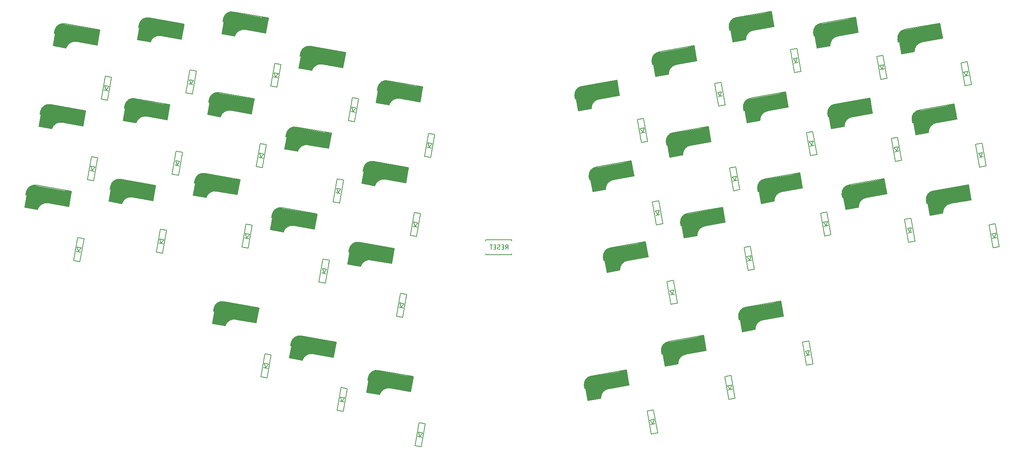
<source format=gbr>
%TF.GenerationSoftware,KiCad,Pcbnew,7.0.2*%
%TF.CreationDate,2023-05-13T02:55:16+09:00*%
%TF.ProjectId,ver1,76657231-2e6b-4696-9361-645f70636258,rev?*%
%TF.SameCoordinates,Original*%
%TF.FileFunction,Legend,Bot*%
%TF.FilePolarity,Positive*%
%FSLAX46Y46*%
G04 Gerber Fmt 4.6, Leading zero omitted, Abs format (unit mm)*
G04 Created by KiCad (PCBNEW 7.0.2) date 2023-05-13 02:55:16*
%MOMM*%
%LPD*%
G01*
G04 APERTURE LIST*
%ADD10C,0.150000*%
%ADD11C,0.300000*%
%ADD12C,0.500000*%
%ADD13C,0.800000*%
%ADD14C,3.000000*%
%ADD15C,3.500000*%
%ADD16C,1.000000*%
%ADD17C,0.400000*%
G04 APERTURE END LIST*
D10*
%TO.C,SW37*%
X139679381Y-95662619D02*
X140012714Y-95186428D01*
X140250809Y-95662619D02*
X140250809Y-94662619D01*
X140250809Y-94662619D02*
X139869857Y-94662619D01*
X139869857Y-94662619D02*
X139774619Y-94710238D01*
X139774619Y-94710238D02*
X139727000Y-94757857D01*
X139727000Y-94757857D02*
X139679381Y-94853095D01*
X139679381Y-94853095D02*
X139679381Y-94995952D01*
X139679381Y-94995952D02*
X139727000Y-95091190D01*
X139727000Y-95091190D02*
X139774619Y-95138809D01*
X139774619Y-95138809D02*
X139869857Y-95186428D01*
X139869857Y-95186428D02*
X140250809Y-95186428D01*
X139250809Y-95138809D02*
X138917476Y-95138809D01*
X138774619Y-95662619D02*
X139250809Y-95662619D01*
X139250809Y-95662619D02*
X139250809Y-94662619D01*
X139250809Y-94662619D02*
X138774619Y-94662619D01*
X138393666Y-95615000D02*
X138250809Y-95662619D01*
X138250809Y-95662619D02*
X138012714Y-95662619D01*
X138012714Y-95662619D02*
X137917476Y-95615000D01*
X137917476Y-95615000D02*
X137869857Y-95567380D01*
X137869857Y-95567380D02*
X137822238Y-95472142D01*
X137822238Y-95472142D02*
X137822238Y-95376904D01*
X137822238Y-95376904D02*
X137869857Y-95281666D01*
X137869857Y-95281666D02*
X137917476Y-95234047D01*
X137917476Y-95234047D02*
X138012714Y-95186428D01*
X138012714Y-95186428D02*
X138203190Y-95138809D01*
X138203190Y-95138809D02*
X138298428Y-95091190D01*
X138298428Y-95091190D02*
X138346047Y-95043571D01*
X138346047Y-95043571D02*
X138393666Y-94948333D01*
X138393666Y-94948333D02*
X138393666Y-94853095D01*
X138393666Y-94853095D02*
X138346047Y-94757857D01*
X138346047Y-94757857D02*
X138298428Y-94710238D01*
X138298428Y-94710238D02*
X138203190Y-94662619D01*
X138203190Y-94662619D02*
X137965095Y-94662619D01*
X137965095Y-94662619D02*
X137822238Y-94710238D01*
X137393666Y-95138809D02*
X137060333Y-95138809D01*
X136917476Y-95662619D02*
X137393666Y-95662619D01*
X137393666Y-95662619D02*
X137393666Y-94662619D01*
X137393666Y-94662619D02*
X136917476Y-94662619D01*
X136631761Y-94662619D02*
X136060333Y-94662619D01*
X136346047Y-95662619D02*
X136346047Y-94662619D01*
%TO.C,U1*%
%TO.C,SW21*%
X28345133Y-82320008D02*
X28214897Y-83058614D01*
X28214897Y-83058614D02*
X28411858Y-83093344D01*
D11*
X28330742Y-82977498D02*
X28443613Y-82337373D01*
D10*
X28738936Y-81526334D02*
X27966201Y-85908728D01*
X27966201Y-85908728D02*
X30950169Y-86434882D01*
D12*
X28197892Y-85746496D02*
X30610671Y-86171934D01*
D13*
X28397708Y-85477101D02*
X28710275Y-83704448D01*
D14*
X30118309Y-82226497D02*
X29729337Y-84432466D01*
D10*
X33466373Y-84949246D02*
X38193451Y-85782758D01*
D15*
X36733363Y-83697537D02*
X30135151Y-82534094D01*
D16*
X38221991Y-82741510D02*
X37787871Y-85203530D01*
D12*
X38039901Y-85501826D02*
X36768333Y-85226843D01*
D17*
X38636133Y-82408364D02*
X37405124Y-82191304D01*
D10*
X38347403Y-84794477D02*
X38738111Y-82578660D01*
X38818584Y-82237450D02*
X30743160Y-80813535D01*
X38193451Y-85782758D02*
X38818584Y-82237450D01*
X30743160Y-80813536D02*
G75*
G03*
X28345134Y-82320009I-445777J-1952249D01*
G01*
D16*
X33141910Y-84485865D02*
G75*
G03*
X30633060Y-85950994I-440830J-2125744D01*
G01*
D10*
X33466373Y-84949247D02*
G75*
G03*
X30957524Y-86414377I-440829J-2125744D01*
G01*
%TO.C,SW23*%
X67520307Y-79555710D02*
X67390071Y-80294316D01*
X67390071Y-80294316D02*
X67587032Y-80329046D01*
D11*
X67505916Y-80213200D02*
X67618787Y-79573075D01*
D10*
X67914110Y-78762036D02*
X67141375Y-83144430D01*
X67141375Y-83144430D02*
X70125343Y-83670584D01*
D12*
X67373066Y-82982198D02*
X69785845Y-83407636D01*
D13*
X67572882Y-82712803D02*
X67885449Y-80940150D01*
D14*
X69293483Y-79462199D02*
X68904511Y-81668168D01*
D10*
X72641547Y-82184948D02*
X77368625Y-83018460D01*
D15*
X75908537Y-80933239D02*
X69310325Y-79769796D01*
D16*
X77397165Y-79977212D02*
X76963045Y-82439232D01*
D12*
X77215075Y-82737528D02*
X75943507Y-82462545D01*
D17*
X77811307Y-79644066D02*
X76580298Y-79427006D01*
D10*
X77522577Y-82030179D02*
X77913285Y-79814362D01*
X77993758Y-79473152D02*
X69918334Y-78049237D01*
X77368625Y-83018460D02*
X77993758Y-79473152D01*
X69918334Y-78049238D02*
G75*
G03*
X67520308Y-79555711I-445777J-1952249D01*
G01*
D16*
X72317084Y-81721567D02*
G75*
G03*
X69808234Y-83186696I-440830J-2125744D01*
G01*
D10*
X72641547Y-82184949D02*
G75*
G03*
X70132698Y-83650079I-440829J-2125744D01*
G01*
%TO.C,SW10*%
X230800799Y-46806862D02*
X230931035Y-47545468D01*
X230931035Y-47545468D02*
X231127997Y-47510738D01*
D11*
X231012151Y-47429622D02*
X230899280Y-46789497D01*
D10*
X230899400Y-45926363D02*
X231672134Y-50308758D01*
X231672134Y-50308758D02*
X234656102Y-49782604D01*
D12*
X231834366Y-50077066D02*
X234247145Y-49651628D01*
D13*
X231929993Y-49755577D02*
X231617426Y-47982924D01*
D14*
X232435057Y-46112527D02*
X232824029Y-48318497D01*
D10*
X236512443Y-47525970D02*
X241239521Y-46692459D01*
D15*
X239154300Y-45232372D02*
X232556088Y-46395814D01*
D16*
X240226172Y-43824860D02*
X240660293Y-46286879D01*
D12*
X240999147Y-46480986D02*
X239710214Y-46657489D01*
D17*
X240501396Y-43370160D02*
X239270386Y-43587220D01*
D10*
X241046176Y-45711124D02*
X240655468Y-43495307D01*
X240614387Y-43147151D02*
X232538963Y-44571066D01*
X241239521Y-46692459D02*
X240614387Y-43147151D01*
X232538963Y-44571066D02*
G75*
G03*
X230800799Y-46806863I248816J-1986980D01*
G01*
D16*
X236049061Y-47201506D02*
G75*
G03*
X234192617Y-49436356I312803J-2148319D01*
G01*
D10*
X236512443Y-47525970D02*
G75*
G03*
X234655999Y-49760820I312803J-2148319D01*
G01*
%TO.C,SW9*%
X211213211Y-45424713D02*
X211343447Y-46163319D01*
X211343447Y-46163319D02*
X211540409Y-46128589D01*
D11*
X211424563Y-46047473D02*
X211311692Y-45407348D01*
D10*
X211311812Y-44544214D02*
X212084546Y-48926609D01*
X212084546Y-48926609D02*
X215068514Y-48400455D01*
D12*
X212246778Y-48694917D02*
X214659557Y-48269479D01*
D13*
X212342405Y-48373428D02*
X212029838Y-46600775D01*
D14*
X212847469Y-44730378D02*
X213236441Y-46936348D01*
D10*
X216924855Y-46143821D02*
X221651933Y-45310310D01*
D15*
X219566712Y-43850223D02*
X212968500Y-45013665D01*
D16*
X220638584Y-42442711D02*
X221072705Y-44904730D01*
D12*
X221411559Y-45098837D02*
X220122626Y-45275340D01*
D17*
X220913808Y-41988011D02*
X219682798Y-42205071D01*
D10*
X221458588Y-44328975D02*
X221067880Y-42113158D01*
X221026799Y-41765002D02*
X212951375Y-43188917D01*
X221651933Y-45310310D02*
X221026799Y-41765002D01*
X212951375Y-43188917D02*
G75*
G03*
X211213211Y-45424714I248816J-1986980D01*
G01*
D16*
X216461473Y-45819357D02*
G75*
G03*
X214605029Y-48054207I312803J-2148319D01*
G01*
D10*
X216924855Y-46143821D02*
G75*
G03*
X215068411Y-48378671I312803J-2148319D01*
G01*
%TO.C,SW17*%
X177000034Y-70801296D02*
X177130270Y-71539902D01*
X177130270Y-71539902D02*
X177327232Y-71505172D01*
D11*
X177211386Y-71424056D02*
X177098515Y-70783931D01*
D10*
X177098635Y-69920797D02*
X177871369Y-74303192D01*
X177871369Y-74303192D02*
X180855337Y-73777038D01*
D12*
X178033601Y-74071500D02*
X180446380Y-73646062D01*
D13*
X178129228Y-73750011D02*
X177816661Y-71977358D01*
D14*
X178634292Y-70106961D02*
X179023264Y-72312931D01*
D10*
X182711678Y-71520404D02*
X187438756Y-70686893D01*
D15*
X185353535Y-69226806D02*
X178755323Y-70390248D01*
D16*
X186425407Y-67819294D02*
X186859528Y-70281313D01*
D12*
X187198382Y-70475420D02*
X185909449Y-70651923D01*
D17*
X186700631Y-67364594D02*
X185469621Y-67581654D01*
D10*
X187245411Y-69705558D02*
X186854703Y-67489741D01*
X186813622Y-67141585D02*
X178738198Y-68565500D01*
X187438756Y-70686893D02*
X186813622Y-67141585D01*
X178738198Y-68565500D02*
G75*
G03*
X177000034Y-70801297I248816J-1986980D01*
G01*
D16*
X182248296Y-71195940D02*
G75*
G03*
X180391852Y-73430790I312803J-2148319D01*
G01*
D10*
X182711678Y-71520404D02*
G75*
G03*
X180855234Y-73755254I312803J-2148319D01*
G01*
%TO.C,SW18*%
X194933622Y-62803151D02*
X195063858Y-63541757D01*
X195063858Y-63541757D02*
X195260820Y-63507027D01*
D11*
X195144974Y-63425911D02*
X195032103Y-62785786D01*
D10*
X195032223Y-61922652D02*
X195804957Y-66305047D01*
X195804957Y-66305047D02*
X198788925Y-65778893D01*
D12*
X195967189Y-66073355D02*
X198379968Y-65647917D01*
D13*
X196062816Y-65751866D02*
X195750249Y-63979213D01*
D14*
X196567880Y-62108816D02*
X196956852Y-64314786D01*
D10*
X200645266Y-63522259D02*
X205372344Y-62688748D01*
D15*
X203287123Y-61228661D02*
X196688911Y-62392103D01*
D16*
X204358995Y-59821149D02*
X204793116Y-62283168D01*
D12*
X205131970Y-62477275D02*
X203843037Y-62653778D01*
D17*
X204634219Y-59366449D02*
X203403209Y-59583509D01*
D10*
X205178999Y-61707413D02*
X204788291Y-59491596D01*
X204747210Y-59143440D02*
X196671786Y-60567355D01*
X205372344Y-62688748D02*
X204747210Y-59143440D01*
X196671786Y-60567355D02*
G75*
G03*
X194933622Y-62803152I248816J-1986980D01*
G01*
D16*
X200181884Y-63197795D02*
G75*
G03*
X198325440Y-65432645I312803J-2148319D01*
G01*
D10*
X200645266Y-63522259D02*
G75*
G03*
X198788822Y-65757109I312803J-2148319D01*
G01*
%TO.C,SW32*%
X89872193Y-117348735D02*
X89741957Y-118087341D01*
X89741957Y-118087341D02*
X89938918Y-118122071D01*
D11*
X89857802Y-118006225D02*
X89970673Y-117366100D01*
D10*
X90265996Y-116555061D02*
X89493261Y-120937455D01*
X89493261Y-120937455D02*
X92477229Y-121463609D01*
D12*
X89724952Y-120775223D02*
X92137731Y-121200661D01*
D13*
X89924768Y-120505828D02*
X90237335Y-118733175D01*
D14*
X91645369Y-117255224D02*
X91256397Y-119461193D01*
D10*
X94993433Y-119977973D02*
X99720511Y-120811485D01*
D15*
X98260423Y-118726264D02*
X91662211Y-117562821D01*
D16*
X99749051Y-117770237D02*
X99314931Y-120232257D01*
D12*
X99566961Y-120530553D02*
X98295393Y-120255570D01*
D17*
X100163193Y-117437091D02*
X98932184Y-117220031D01*
D10*
X99874463Y-119823204D02*
X100265171Y-117607387D01*
X100345644Y-117266177D02*
X92270220Y-115842262D01*
X99720511Y-120811485D02*
X100345644Y-117266177D01*
X92270220Y-115842263D02*
G75*
G03*
X89872194Y-117348736I-445777J-1952249D01*
G01*
D16*
X94668970Y-119514592D02*
G75*
G03*
X92160120Y-120979721I-440830J-2125744D01*
G01*
D10*
X94993433Y-119977974D02*
G75*
G03*
X92484584Y-121443104I-440829J-2125744D01*
G01*
%TO.C,SW24*%
X85453895Y-87553854D02*
X85323659Y-88292460D01*
X85323659Y-88292460D02*
X85520620Y-88327190D01*
D11*
X85439504Y-88211344D02*
X85552375Y-87571219D01*
D10*
X85847698Y-86760180D02*
X85074963Y-91142574D01*
X85074963Y-91142574D02*
X88058931Y-91668728D01*
D12*
X85306654Y-90980342D02*
X87719433Y-91405780D01*
D13*
X85506470Y-90710947D02*
X85819037Y-88938294D01*
D14*
X87227071Y-87460343D02*
X86838099Y-89666312D01*
D10*
X90575135Y-90183092D02*
X95302213Y-91016604D01*
D15*
X93842125Y-88931383D02*
X87243913Y-87767940D01*
D16*
X95330753Y-87975356D02*
X94896633Y-90437376D01*
D12*
X95148663Y-90735672D02*
X93877095Y-90460689D01*
D17*
X95744895Y-87642210D02*
X94513886Y-87425150D01*
D10*
X95456165Y-90028323D02*
X95846873Y-87812506D01*
X95927346Y-87471296D02*
X87851922Y-86047381D01*
X95302213Y-91016604D02*
X95927346Y-87471296D01*
X87851922Y-86047382D02*
G75*
G03*
X85453896Y-87553855I-445777J-1952249D01*
G01*
D16*
X90250672Y-89719711D02*
G75*
G03*
X87741822Y-91184840I-440830J-2125744D01*
G01*
D10*
X90575135Y-90183093D02*
G75*
G03*
X88066286Y-91648223I-440829J-2125744D01*
G01*
%TO.C,SW33*%
X107805781Y-125346879D02*
X107675545Y-126085485D01*
X107675545Y-126085485D02*
X107872506Y-126120215D01*
D11*
X107791390Y-126004369D02*
X107904261Y-125364244D01*
D10*
X108199584Y-124553205D02*
X107426849Y-128935599D01*
X107426849Y-128935599D02*
X110410817Y-129461753D01*
D12*
X107658540Y-128773367D02*
X110071319Y-129198805D01*
D13*
X107858356Y-128503972D02*
X108170923Y-126731319D01*
D14*
X109578957Y-125253368D02*
X109189985Y-127459337D01*
D10*
X112927021Y-127976117D02*
X117654099Y-128809629D01*
D15*
X116194011Y-126724408D02*
X109595799Y-125560965D01*
D16*
X117682639Y-125768381D02*
X117248519Y-128230401D01*
D12*
X117500549Y-128528697D02*
X116228981Y-128253714D01*
D17*
X118096781Y-125435235D02*
X116865772Y-125218175D01*
D10*
X117808051Y-127821348D02*
X118198759Y-125605531D01*
X118279232Y-125264321D02*
X110203808Y-123840406D01*
X117654099Y-128809629D02*
X118279232Y-125264321D01*
X110203808Y-123840407D02*
G75*
G03*
X107805782Y-125346880I-445777J-1952249D01*
G01*
D16*
X112602558Y-127512736D02*
G75*
G03*
X110093708Y-128977865I-440830J-2125744D01*
G01*
D10*
X112927021Y-127976118D02*
G75*
G03*
X110418172Y-129441248I-440829J-2125744D01*
G01*
%TO.C,SW20*%
X234108796Y-65567450D02*
X234239032Y-66306056D01*
X234239032Y-66306056D02*
X234435994Y-66271326D01*
D11*
X234320148Y-66190210D02*
X234207277Y-65550085D01*
D10*
X234207397Y-64686951D02*
X234980131Y-69069346D01*
X234980131Y-69069346D02*
X237964099Y-68543192D01*
D12*
X235142363Y-68837654D02*
X237555142Y-68412216D01*
D13*
X235237990Y-68516165D02*
X234925423Y-66743512D01*
D14*
X235743054Y-64873115D02*
X236132026Y-67079085D01*
D10*
X239820440Y-66286558D02*
X244547518Y-65453047D01*
D15*
X242462297Y-63992960D02*
X235864085Y-65156402D01*
D16*
X243534169Y-62585448D02*
X243968290Y-65047467D01*
D12*
X244307144Y-65241574D02*
X243018211Y-65418077D01*
D17*
X243809393Y-62130748D02*
X242578383Y-62347808D01*
D10*
X244354173Y-64471712D02*
X243963465Y-62255895D01*
X243922384Y-61907739D02*
X235846960Y-63331654D01*
X244547518Y-65453047D02*
X243922384Y-61907739D01*
X235846960Y-63331654D02*
G75*
G03*
X234108796Y-65567451I248816J-1986980D01*
G01*
D16*
X239357058Y-65962094D02*
G75*
G03*
X237500614Y-68196944I312803J-2148319D01*
G01*
D10*
X239820440Y-66286558D02*
G75*
G03*
X237963996Y-68521408I312803J-2148319D01*
G01*
%TO.C,SW7*%
X173692036Y-52040708D02*
X173822272Y-52779314D01*
X173822272Y-52779314D02*
X174019234Y-52744584D01*
D11*
X173903388Y-52663468D02*
X173790517Y-52023343D01*
D10*
X173790637Y-51160209D02*
X174563371Y-55542604D01*
X174563371Y-55542604D02*
X177547339Y-55016450D01*
D12*
X174725603Y-55310912D02*
X177138382Y-54885474D01*
D13*
X174821230Y-54989423D02*
X174508663Y-53216770D01*
D14*
X175326294Y-51346373D02*
X175715266Y-53552343D01*
D10*
X179403680Y-52759816D02*
X184130758Y-51926305D01*
D15*
X182045537Y-50466218D02*
X175447325Y-51629660D01*
D16*
X183117409Y-49058706D02*
X183551530Y-51520725D01*
D12*
X183890384Y-51714832D02*
X182601451Y-51891335D01*
D17*
X183392633Y-48604006D02*
X182161623Y-48821066D01*
D10*
X183937413Y-50944970D02*
X183546705Y-48729153D01*
X183505624Y-48380997D02*
X175430200Y-49804912D01*
X184130758Y-51926305D02*
X183505624Y-48380997D01*
X175430200Y-49804912D02*
G75*
G03*
X173692036Y-52040709I248816J-1986980D01*
G01*
D16*
X178940298Y-52435352D02*
G75*
G03*
X177083854Y-54670202I312803J-2148319D01*
G01*
D10*
X179403680Y-52759816D02*
G75*
G03*
X177547236Y-54994666I312803J-2148319D01*
G01*
%TO.C,SW14*%
X88761893Y-68793267D02*
X88631657Y-69531873D01*
X88631657Y-69531873D02*
X88828618Y-69566603D01*
D11*
X88747502Y-69450757D02*
X88860373Y-68810632D01*
D10*
X89155696Y-67999593D02*
X88382961Y-72381987D01*
X88382961Y-72381987D02*
X91366929Y-72908141D01*
D12*
X88614652Y-72219755D02*
X91027431Y-72645193D01*
D13*
X88814468Y-71950360D02*
X89127035Y-70177707D01*
D14*
X90535069Y-68699756D02*
X90146097Y-70905725D01*
D10*
X93883133Y-71422505D02*
X98610211Y-72256017D01*
D15*
X97150123Y-70170796D02*
X90551911Y-69007353D01*
D16*
X98638751Y-69214769D02*
X98204631Y-71676789D01*
D12*
X98456661Y-71975085D02*
X97185093Y-71700102D01*
D17*
X99052893Y-68881623D02*
X97821884Y-68664563D01*
D10*
X98764163Y-71267736D02*
X99154871Y-69051919D01*
X99235344Y-68710709D02*
X91159920Y-67286794D01*
X98610211Y-72256017D02*
X99235344Y-68710709D01*
X91159920Y-67286795D02*
G75*
G03*
X88761894Y-68793268I-445777J-1952249D01*
G01*
D16*
X93558670Y-70959124D02*
G75*
G03*
X91049820Y-72424253I-440830J-2125744D01*
G01*
D10*
X93883133Y-71422506D02*
G75*
G03*
X91374284Y-72887636I-440829J-2125744D01*
G01*
%TO.C,SW12*%
X51240718Y-62177271D02*
X51110482Y-62915877D01*
X51110482Y-62915877D02*
X51307443Y-62950607D01*
D11*
X51226327Y-62834761D02*
X51339198Y-62194636D01*
D10*
X51634521Y-61383597D02*
X50861786Y-65765991D01*
X50861786Y-65765991D02*
X53845754Y-66292145D01*
D12*
X51093477Y-65603759D02*
X53506256Y-66029197D01*
D13*
X51293293Y-65334364D02*
X51605860Y-63561711D01*
D14*
X53013894Y-62083760D02*
X52624922Y-64289729D01*
D10*
X56361958Y-64806509D02*
X61089036Y-65640021D01*
D15*
X59628948Y-63554800D02*
X53030736Y-62391357D01*
D16*
X61117576Y-62598773D02*
X60683456Y-65060793D01*
D12*
X60935486Y-65359089D02*
X59663918Y-65084106D01*
D17*
X61531718Y-62265627D02*
X60300709Y-62048567D01*
D10*
X61242988Y-64651740D02*
X61633696Y-62435923D01*
X61714169Y-62094713D02*
X53638745Y-60670798D01*
X61089036Y-65640021D02*
X61714169Y-62094713D01*
X53638745Y-60670799D02*
G75*
G03*
X51240719Y-62177272I-445777J-1952249D01*
G01*
D16*
X56037495Y-64343128D02*
G75*
G03*
X53528645Y-65808257I-440830J-2125744D01*
G01*
D10*
X56361958Y-64806510D02*
G75*
G03*
X53853109Y-66271640I-440829J-2125744D01*
G01*
%TO.C,SW5*%
X110003479Y-58030824D02*
X109873243Y-58769430D01*
X109873243Y-58769430D02*
X110070204Y-58804160D01*
D11*
X109989088Y-58688314D02*
X110101959Y-58048189D01*
D10*
X110397282Y-57237150D02*
X109624547Y-61619544D01*
X109624547Y-61619544D02*
X112608515Y-62145698D01*
D12*
X109856238Y-61457312D02*
X112269017Y-61882750D01*
D13*
X110056054Y-61187917D02*
X110368621Y-59415264D01*
D14*
X111776655Y-57937313D02*
X111387683Y-60143282D01*
D10*
X115124719Y-60660062D02*
X119851797Y-61493574D01*
D15*
X118391709Y-59408353D02*
X111793497Y-58244910D01*
D16*
X119880337Y-58452326D02*
X119446217Y-60914346D01*
D12*
X119698247Y-61212642D02*
X118426679Y-60937659D01*
D17*
X120294479Y-58119180D02*
X119063470Y-57902120D01*
D10*
X120005749Y-60505293D02*
X120396457Y-58289476D01*
X120476930Y-57948266D02*
X112401506Y-56524351D01*
X119851797Y-61493574D02*
X120476930Y-57948266D01*
X112401506Y-56524352D02*
G75*
G03*
X110003480Y-58030825I-445777J-1952249D01*
G01*
D16*
X114800256Y-60196681D02*
G75*
G03*
X112291406Y-61661810I-440830J-2125744D01*
G01*
D10*
X115124719Y-60660063D02*
G75*
G03*
X112615870Y-62125193I-440829J-2125744D01*
G01*
%TO.C,SW22*%
X47932720Y-80937859D02*
X47802484Y-81676465D01*
X47802484Y-81676465D02*
X47999445Y-81711195D01*
D11*
X47918329Y-81595349D02*
X48031200Y-80955224D01*
D10*
X48326523Y-80144185D02*
X47553788Y-84526579D01*
X47553788Y-84526579D02*
X50537756Y-85052733D01*
D12*
X47785479Y-84364347D02*
X50198258Y-84789785D01*
D13*
X47985295Y-84094952D02*
X48297862Y-82322299D01*
D14*
X49705896Y-80844348D02*
X49316924Y-83050317D01*
D10*
X53053960Y-83567097D02*
X57781038Y-84400609D01*
D15*
X56320950Y-82315388D02*
X49722738Y-81151945D01*
D16*
X57809578Y-81359361D02*
X57375458Y-83821381D01*
D12*
X57627488Y-84119677D02*
X56355920Y-83844694D01*
D17*
X58223720Y-81026215D02*
X56992711Y-80809155D01*
D10*
X57934990Y-83412328D02*
X58325698Y-81196511D01*
X58406171Y-80855301D02*
X50330747Y-79431386D01*
X57781038Y-84400609D02*
X58406171Y-80855301D01*
X50330747Y-79431387D02*
G75*
G03*
X47932721Y-80937860I-445777J-1952249D01*
G01*
D16*
X52729497Y-83103716D02*
G75*
G03*
X50220647Y-84568845I-440830J-2125744D01*
G01*
D10*
X53053960Y-83567098D02*
G75*
G03*
X50545111Y-85032228I-440829J-2125744D01*
G01*
%TO.C,SW36*%
X193823323Y-111358619D02*
X193953559Y-112097225D01*
X193953559Y-112097225D02*
X194150521Y-112062495D01*
D11*
X194034675Y-111981379D02*
X193921804Y-111341254D01*
D10*
X193921924Y-110478120D02*
X194694658Y-114860515D01*
X194694658Y-114860515D02*
X197678626Y-114334361D01*
D12*
X194856890Y-114628823D02*
X197269669Y-114203385D01*
D13*
X194952517Y-114307334D02*
X194639950Y-112534681D01*
D14*
X195457581Y-110664284D02*
X195846553Y-112870254D01*
D10*
X199534967Y-112077727D02*
X204262045Y-111244216D01*
D15*
X202176824Y-109784129D02*
X195578612Y-110947571D01*
D16*
X203248696Y-108376617D02*
X203682817Y-110838636D01*
D12*
X204021671Y-111032743D02*
X202732738Y-111209246D01*
D17*
X203523920Y-107921917D02*
X202292910Y-108138977D01*
D10*
X204068700Y-110262881D02*
X203677992Y-108047064D01*
X203636911Y-107698908D02*
X195561487Y-109122823D01*
X204262045Y-111244216D02*
X203636911Y-107698908D01*
X195561487Y-109122823D02*
G75*
G03*
X193823323Y-111358620I248816J-1986980D01*
G01*
D16*
X199071585Y-111753263D02*
G75*
G03*
X197215141Y-113988113I312803J-2148319D01*
G01*
D10*
X199534967Y-112077727D02*
G75*
G03*
X197678523Y-114312577I312803J-2148319D01*
G01*
%TO.C,SW3*%
X74136303Y-42034534D02*
X74006067Y-42773140D01*
X74006067Y-42773140D02*
X74203028Y-42807870D01*
D11*
X74121912Y-42692024D02*
X74234783Y-42051899D01*
D10*
X74530106Y-41240860D02*
X73757371Y-45623254D01*
X73757371Y-45623254D02*
X76741339Y-46149408D01*
D12*
X73989062Y-45461022D02*
X76401841Y-45886460D01*
D13*
X74188878Y-45191627D02*
X74501445Y-43418974D01*
D14*
X75909479Y-41941023D02*
X75520507Y-44146992D01*
D10*
X79257543Y-44663772D02*
X83984621Y-45497284D01*
D15*
X82524533Y-43412063D02*
X75926321Y-42248620D01*
D16*
X84013161Y-42456036D02*
X83579041Y-44918056D01*
D12*
X83831071Y-45216352D02*
X82559503Y-44941369D01*
D17*
X84427303Y-42122890D02*
X83196294Y-41905830D01*
D10*
X84138573Y-44509003D02*
X84529281Y-42293186D01*
X84609754Y-41951976D02*
X76534330Y-40528061D01*
X83984621Y-45497284D02*
X84609754Y-41951976D01*
X76534330Y-40528062D02*
G75*
G03*
X74136304Y-42034535I-445777J-1952249D01*
G01*
D16*
X78933080Y-44200391D02*
G75*
G03*
X76424230Y-45665520I-440830J-2125744D01*
G01*
D10*
X79257543Y-44663773D02*
G75*
G03*
X76748694Y-46128903I-440829J-2125744D01*
G01*
%TO.C,SW28*%
X198241620Y-81563739D02*
X198371856Y-82302345D01*
X198371856Y-82302345D02*
X198568818Y-82267615D01*
D11*
X198452972Y-82186499D02*
X198340101Y-81546374D01*
D10*
X198340221Y-80683240D02*
X199112955Y-85065635D01*
X199112955Y-85065635D02*
X202096923Y-84539481D01*
D12*
X199275187Y-84833943D02*
X201687966Y-84408505D01*
D13*
X199370814Y-84512454D02*
X199058247Y-82739801D01*
D14*
X199875878Y-80869404D02*
X200264850Y-83075374D01*
D10*
X203953264Y-82282847D02*
X208680342Y-81449336D01*
D15*
X206595121Y-79989249D02*
X199996909Y-81152691D01*
D16*
X207666993Y-78581737D02*
X208101114Y-81043756D01*
D12*
X208439968Y-81237863D02*
X207151035Y-81414366D01*
D17*
X207942217Y-78127037D02*
X206711207Y-78344097D01*
D10*
X208486997Y-80468001D02*
X208096289Y-78252184D01*
X208055208Y-77904028D02*
X199979784Y-79327943D01*
X208680342Y-81449336D02*
X208055208Y-77904028D01*
X199979784Y-79327943D02*
G75*
G03*
X198241620Y-81563740I248816J-1986980D01*
G01*
D16*
X203489882Y-81958383D02*
G75*
G03*
X201633438Y-84193233I312803J-2148319D01*
G01*
D10*
X203953264Y-82282847D02*
G75*
G03*
X202096820Y-84517697I312803J-2148319D01*
G01*
%TO.C,SW15*%
X106695481Y-76791411D02*
X106565245Y-77530017D01*
X106565245Y-77530017D02*
X106762206Y-77564747D01*
D11*
X106681090Y-77448901D02*
X106793961Y-76808776D01*
D10*
X107089284Y-75997737D02*
X106316549Y-80380131D01*
X106316549Y-80380131D02*
X109300517Y-80906285D01*
D12*
X106548240Y-80217899D02*
X108961019Y-80643337D01*
D13*
X106748056Y-79948504D02*
X107060623Y-78175851D01*
D14*
X108468657Y-76697900D02*
X108079685Y-78903869D01*
D10*
X111816721Y-79420649D02*
X116543799Y-80254161D01*
D15*
X115083711Y-78168940D02*
X108485499Y-77005497D01*
D16*
X116572339Y-77212913D02*
X116138219Y-79674933D01*
D12*
X116390249Y-79973229D02*
X115118681Y-79698246D01*
D17*
X116986481Y-76879767D02*
X115755472Y-76662707D01*
D10*
X116697751Y-79265880D02*
X117088459Y-77050063D01*
X117168932Y-76708853D02*
X109093508Y-75284938D01*
X116543799Y-80254161D02*
X117168932Y-76708853D01*
X109093508Y-75284939D02*
G75*
G03*
X106695482Y-76791412I-445777J-1952249D01*
G01*
D16*
X111492258Y-78957268D02*
G75*
G03*
X108983408Y-80422397I-440830J-2125744D01*
G01*
D10*
X111816721Y-79420650D02*
G75*
G03*
X109307872Y-80885780I-440829J-2125744D01*
G01*
%TO.C,SW1*%
X34961128Y-44798832D02*
X34830892Y-45537438D01*
X34830892Y-45537438D02*
X35027853Y-45572168D01*
D11*
X34946737Y-45456322D02*
X35059608Y-44816197D01*
D10*
X35354931Y-44005158D02*
X34582196Y-48387552D01*
X34582196Y-48387552D02*
X37566164Y-48913706D01*
D12*
X34813887Y-48225320D02*
X37226666Y-48650758D01*
D13*
X35013703Y-47955925D02*
X35326270Y-46183272D01*
D14*
X36734304Y-44705321D02*
X36345332Y-46911290D01*
D10*
X40082368Y-47428070D02*
X44809446Y-48261582D01*
D15*
X43349358Y-46176361D02*
X36751146Y-45012918D01*
D16*
X44837986Y-45220334D02*
X44403866Y-47682354D01*
D12*
X44655896Y-47980650D02*
X43384328Y-47705667D01*
D17*
X45252128Y-44887188D02*
X44021119Y-44670128D01*
D10*
X44963398Y-47273301D02*
X45354106Y-45057484D01*
X45434579Y-44716274D02*
X37359155Y-43292359D01*
X44809446Y-48261582D02*
X45434579Y-44716274D01*
X37359155Y-43292360D02*
G75*
G03*
X34961129Y-44798833I-445777J-1952249D01*
G01*
D16*
X39757905Y-46964689D02*
G75*
G03*
X37249055Y-48429818I-440830J-2125744D01*
G01*
D10*
X40082368Y-47428071D02*
G75*
G03*
X37573519Y-48893201I-440829J-2125744D01*
G01*
%TO.C,SW2*%
X54548716Y-43416683D02*
X54418480Y-44155289D01*
X54418480Y-44155289D02*
X54615441Y-44190019D01*
D11*
X54534325Y-44074173D02*
X54647196Y-43434048D01*
D10*
X54942519Y-42623009D02*
X54169784Y-47005403D01*
X54169784Y-47005403D02*
X57153752Y-47531557D01*
D12*
X54401475Y-46843171D02*
X56814254Y-47268609D01*
D13*
X54601291Y-46573776D02*
X54913858Y-44801123D01*
D14*
X56321892Y-43323172D02*
X55932920Y-45529141D01*
D10*
X59669956Y-46045921D02*
X64397034Y-46879433D01*
D15*
X62936946Y-44794212D02*
X56338734Y-43630769D01*
D16*
X64425574Y-43838185D02*
X63991454Y-46300205D01*
D12*
X64243484Y-46598501D02*
X62971916Y-46323518D01*
D17*
X64839716Y-43505039D02*
X63608707Y-43287979D01*
D10*
X64550986Y-45891152D02*
X64941694Y-43675335D01*
X65022167Y-43334125D02*
X56946743Y-41910210D01*
X64397034Y-46879433D02*
X65022167Y-43334125D01*
X56946743Y-41910211D02*
G75*
G03*
X54548717Y-43416684I-445777J-1952249D01*
G01*
D16*
X59345493Y-45582540D02*
G75*
G03*
X56836643Y-47047669I-440830J-2125744D01*
G01*
D10*
X59669956Y-46045922D02*
G75*
G03*
X57161107Y-47511052I-440829J-2125744D01*
G01*
%TO.C,SW8*%
X191625624Y-44042564D02*
X191755860Y-44781170D01*
X191755860Y-44781170D02*
X191952822Y-44746440D01*
D11*
X191836976Y-44665324D02*
X191724105Y-44025199D01*
D10*
X191724225Y-43162065D02*
X192496959Y-47544460D01*
X192496959Y-47544460D02*
X195480927Y-47018306D01*
D12*
X192659191Y-47312768D02*
X195071970Y-46887330D01*
D13*
X192754818Y-46991279D02*
X192442251Y-45218626D01*
D14*
X193259882Y-43348229D02*
X193648854Y-45554199D01*
D10*
X197337268Y-44761672D02*
X202064346Y-43928161D01*
D15*
X199979125Y-42468074D02*
X193380913Y-43631516D01*
D16*
X201050997Y-41060562D02*
X201485118Y-43522581D01*
D12*
X201823972Y-43716688D02*
X200535039Y-43893191D01*
D17*
X201326221Y-40605862D02*
X200095211Y-40822922D01*
D10*
X201871001Y-42946826D02*
X201480293Y-40731009D01*
X201439212Y-40382853D02*
X193363788Y-41806768D01*
X202064346Y-43928161D02*
X201439212Y-40382853D01*
X193363788Y-41806768D02*
G75*
G03*
X191625624Y-44042565I248816J-1986980D01*
G01*
D16*
X196873886Y-44437208D02*
G75*
G03*
X195017442Y-46672058I312803J-2148319D01*
G01*
D10*
X197337268Y-44761672D02*
G75*
G03*
X195480824Y-46996522I312803J-2148319D01*
G01*
%TO.C,SW11*%
X31653131Y-63559420D02*
X31522895Y-64298026D01*
X31522895Y-64298026D02*
X31719856Y-64332756D01*
D11*
X31638740Y-64216910D02*
X31751611Y-63576785D01*
D10*
X32046934Y-62765746D02*
X31274199Y-67148140D01*
X31274199Y-67148140D02*
X34258167Y-67674294D01*
D12*
X31505890Y-66985908D02*
X33918669Y-67411346D01*
D13*
X31705706Y-66716513D02*
X32018273Y-64943860D01*
D14*
X33426307Y-63465909D02*
X33037335Y-65671878D01*
D10*
X36774371Y-66188658D02*
X41501449Y-67022170D01*
D15*
X40041361Y-64936949D02*
X33443149Y-63773506D01*
D16*
X41529989Y-63980922D02*
X41095869Y-66442942D01*
D12*
X41347899Y-66741238D02*
X40076331Y-66466255D01*
D17*
X41944131Y-63647776D02*
X40713122Y-63430716D01*
D10*
X41655401Y-66033889D02*
X42046109Y-63818072D01*
X42126582Y-63476862D02*
X34051158Y-62052947D01*
X41501449Y-67022170D02*
X42126582Y-63476862D01*
X34051158Y-62052948D02*
G75*
G03*
X31653132Y-63559421I-445777J-1952249D01*
G01*
D16*
X36449908Y-65725277D02*
G75*
G03*
X33941058Y-67190406I-440830J-2125744D01*
G01*
D10*
X36774371Y-66188659D02*
G75*
G03*
X34265522Y-67653789I-440829J-2125744D01*
G01*
%TO.C,SW35*%
X175889734Y-119356764D02*
X176019970Y-120095370D01*
X176019970Y-120095370D02*
X176216932Y-120060640D01*
D11*
X176101086Y-119979524D02*
X175988215Y-119339399D01*
D10*
X175988335Y-118476265D02*
X176761069Y-122858660D01*
X176761069Y-122858660D02*
X179745037Y-122332506D01*
D12*
X176923301Y-122626968D02*
X179336080Y-122201530D01*
D13*
X177018928Y-122305479D02*
X176706361Y-120532826D01*
D14*
X177523992Y-118662429D02*
X177912964Y-120868399D01*
D10*
X181601378Y-120075872D02*
X186328456Y-119242361D01*
D15*
X184243235Y-117782274D02*
X177645023Y-118945716D01*
D16*
X185315107Y-116374762D02*
X185749228Y-118836781D01*
D12*
X186088082Y-119030888D02*
X184799149Y-119207391D01*
D17*
X185590331Y-115920062D02*
X184359321Y-116137122D01*
D10*
X186135111Y-118261026D02*
X185744403Y-116045209D01*
X185703322Y-115697053D02*
X177627898Y-117120968D01*
X186328456Y-119242361D02*
X185703322Y-115697053D01*
X177627898Y-117120968D02*
G75*
G03*
X175889734Y-119356765I248816J-1986980D01*
G01*
D16*
X181137996Y-119751408D02*
G75*
G03*
X179281552Y-121986258I312803J-2148319D01*
G01*
D10*
X181601378Y-120075872D02*
G75*
G03*
X179744934Y-122310722I312803J-2148319D01*
G01*
%TO.C,SW30*%
X237416794Y-84328037D02*
X237547030Y-85066643D01*
X237547030Y-85066643D02*
X237743992Y-85031913D01*
D11*
X237628146Y-84950797D02*
X237515275Y-84310672D01*
D10*
X237515395Y-83447538D02*
X238288129Y-87829933D01*
X238288129Y-87829933D02*
X241272097Y-87303779D01*
D12*
X238450361Y-87598241D02*
X240863140Y-87172803D01*
D13*
X238545988Y-87276752D02*
X238233421Y-85504099D01*
D14*
X239051052Y-83633702D02*
X239440024Y-85839672D01*
D10*
X243128438Y-85047145D02*
X247855516Y-84213634D01*
D15*
X245770295Y-82753547D02*
X239172083Y-83916989D01*
D16*
X246842167Y-81346035D02*
X247276288Y-83808054D01*
D12*
X247615142Y-84002161D02*
X246326209Y-84178664D01*
D17*
X247117391Y-80891335D02*
X245886381Y-81108395D01*
D10*
X247662171Y-83232299D02*
X247271463Y-81016482D01*
X247230382Y-80668326D02*
X239154958Y-82092241D01*
X247855516Y-84213634D02*
X247230382Y-80668326D01*
X239154958Y-82092241D02*
G75*
G03*
X237416794Y-84328038I248816J-1986980D01*
G01*
D16*
X242665056Y-84722681D02*
G75*
G03*
X240808612Y-86957531I312803J-2148319D01*
G01*
D10*
X243128438Y-85047145D02*
G75*
G03*
X241271994Y-87281995I312803J-2148319D01*
G01*
%TO.C,SW37*%
X135100000Y-93450000D02*
X141100000Y-93450000D01*
X135100000Y-93700000D02*
X135100000Y-93450000D01*
X135100000Y-96950000D02*
X135100000Y-96700000D01*
X141100000Y-93450000D02*
X141100000Y-93700000D01*
X141100000Y-96700000D02*
X141100000Y-96950000D01*
X141100000Y-96950000D02*
X135100000Y-96950000D01*
%TO.C,SW16*%
X159066446Y-78799441D02*
X159196682Y-79538047D01*
X159196682Y-79538047D02*
X159393644Y-79503317D01*
D11*
X159277798Y-79422201D02*
X159164927Y-78782076D01*
D10*
X159165047Y-77918942D02*
X159937781Y-82301337D01*
X159937781Y-82301337D02*
X162921749Y-81775183D01*
D12*
X160100013Y-82069645D02*
X162512792Y-81644207D01*
D13*
X160195640Y-81748156D02*
X159883073Y-79975503D01*
D14*
X160700704Y-78105106D02*
X161089676Y-80311076D01*
D10*
X164778090Y-79518549D02*
X169505168Y-78685038D01*
D15*
X167419947Y-77224951D02*
X160821735Y-78388393D01*
D16*
X168491819Y-75817439D02*
X168925940Y-78279458D01*
D12*
X169264794Y-78473565D02*
X167975861Y-78650068D01*
D17*
X168767043Y-75362739D02*
X167536033Y-75579799D01*
D10*
X169311823Y-77703703D02*
X168921115Y-75487886D01*
X168880034Y-75139730D02*
X160804610Y-76563645D01*
X169505168Y-78685038D02*
X168880034Y-75139730D01*
X160804610Y-76563645D02*
G75*
G03*
X159066446Y-78799442I248816J-1986980D01*
G01*
D16*
X164314708Y-79194085D02*
G75*
G03*
X162458264Y-81428935I312803J-2148319D01*
G01*
D10*
X164778090Y-79518549D02*
G75*
G03*
X162921646Y-81753399I312803J-2148319D01*
G01*
%TO.C,SW26*%
X162374443Y-97560028D02*
X162504679Y-98298634D01*
X162504679Y-98298634D02*
X162701641Y-98263904D01*
D11*
X162585795Y-98182788D02*
X162472924Y-97542663D01*
D10*
X162473044Y-96679529D02*
X163245778Y-101061924D01*
X163245778Y-101061924D02*
X166229746Y-100535770D01*
D12*
X163408010Y-100830232D02*
X165820789Y-100404794D01*
D13*
X163503637Y-100508743D02*
X163191070Y-98736090D01*
D14*
X164008701Y-96865693D02*
X164397673Y-99071663D01*
D10*
X168086087Y-98279136D02*
X172813165Y-97445625D01*
D15*
X170727944Y-95985538D02*
X164129732Y-97148980D01*
D16*
X171799816Y-94578026D02*
X172233937Y-97040045D01*
D12*
X172572791Y-97234152D02*
X171283858Y-97410655D01*
D17*
X172075040Y-94123326D02*
X170844030Y-94340386D01*
D10*
X172619820Y-96464290D02*
X172229112Y-94248473D01*
X172188031Y-93900317D02*
X164112607Y-95324232D01*
X172813165Y-97445625D02*
X172188031Y-93900317D01*
X164112607Y-95324232D02*
G75*
G03*
X162374443Y-97560029I248816J-1986980D01*
G01*
D16*
X167622705Y-97954672D02*
G75*
G03*
X165766261Y-100189522I312803J-2148319D01*
G01*
D10*
X168086087Y-98279136D02*
G75*
G03*
X166229643Y-100513986I312803J-2148319D01*
G01*
%TO.C,SW25*%
X103387484Y-95551999D02*
X103257248Y-96290605D01*
X103257248Y-96290605D02*
X103454209Y-96325335D01*
D11*
X103373093Y-96209489D02*
X103485964Y-95569364D01*
D10*
X103781287Y-94758325D02*
X103008552Y-99140719D01*
X103008552Y-99140719D02*
X105992520Y-99666873D01*
D12*
X103240243Y-98978487D02*
X105653022Y-99403925D01*
D13*
X103440059Y-98709092D02*
X103752626Y-96936439D01*
D14*
X105160660Y-95458488D02*
X104771688Y-97664457D01*
D10*
X108508724Y-98181237D02*
X113235802Y-99014749D01*
D15*
X111775714Y-96929528D02*
X105177502Y-95766085D01*
D16*
X113264342Y-95973501D02*
X112830222Y-98435521D01*
D12*
X113082252Y-98733817D02*
X111810684Y-98458834D01*
D17*
X113678484Y-95640355D02*
X112447475Y-95423295D01*
D10*
X113389754Y-98026468D02*
X113780462Y-95810651D01*
X113860935Y-95469441D02*
X105785511Y-94045526D01*
X113235802Y-99014749D02*
X113860935Y-95469441D01*
X105785511Y-94045527D02*
G75*
G03*
X103387485Y-95552000I-445777J-1952249D01*
G01*
D16*
X108184261Y-97717856D02*
G75*
G03*
X105675411Y-99182985I-440830J-2125744D01*
G01*
D10*
X108508724Y-98181238D02*
G75*
G03*
X105999875Y-99646368I-440829J-2125744D01*
G01*
%TO.C,SW13*%
X70828305Y-60795122D02*
X70698069Y-61533728D01*
X70698069Y-61533728D02*
X70895030Y-61568458D01*
D11*
X70813914Y-61452612D02*
X70926785Y-60812487D01*
D10*
X71222108Y-60001448D02*
X70449373Y-64383842D01*
X70449373Y-64383842D02*
X73433341Y-64909996D01*
D12*
X70681064Y-64221610D02*
X73093843Y-64647048D01*
D13*
X70880880Y-63952215D02*
X71193447Y-62179562D01*
D14*
X72601481Y-60701611D02*
X72212509Y-62907580D01*
D10*
X75949545Y-63424360D02*
X80676623Y-64257872D01*
D15*
X79216535Y-62172651D02*
X72618323Y-61009208D01*
D16*
X80705163Y-61216624D02*
X80271043Y-63678644D01*
D12*
X80523073Y-63976940D02*
X79251505Y-63701957D01*
D17*
X81119305Y-60883478D02*
X79888296Y-60666418D01*
D10*
X80830575Y-63269591D02*
X81221283Y-61053774D01*
X81301756Y-60712564D02*
X73226332Y-59288649D01*
X80676623Y-64257872D02*
X81301756Y-60712564D01*
X73226332Y-59288650D02*
G75*
G03*
X70828306Y-60795123I-445777J-1952249D01*
G01*
D16*
X75625082Y-62960979D02*
G75*
G03*
X73116232Y-64426108I-440830J-2125744D01*
G01*
D10*
X75949545Y-63424361D02*
G75*
G03*
X73440696Y-64889491I-440829J-2125744D01*
G01*
%TO.C,SW31*%
X71938604Y-109350590D02*
X71808368Y-110089196D01*
X71808368Y-110089196D02*
X72005329Y-110123926D01*
D11*
X71924213Y-110008080D02*
X72037084Y-109367955D01*
D10*
X72332407Y-108556916D02*
X71559672Y-112939310D01*
X71559672Y-112939310D02*
X74543640Y-113465464D01*
D12*
X71791363Y-112777078D02*
X74204142Y-113202516D01*
D13*
X71991179Y-112507683D02*
X72303746Y-110735030D01*
D14*
X73711780Y-109257079D02*
X73322808Y-111463048D01*
D10*
X77059844Y-111979828D02*
X81786922Y-112813340D01*
D15*
X80326834Y-110728119D02*
X73728622Y-109564676D01*
D16*
X81815462Y-109772092D02*
X81381342Y-112234112D01*
D12*
X81633372Y-112532408D02*
X80361804Y-112257425D01*
D17*
X82229604Y-109438946D02*
X80998595Y-109221886D01*
D10*
X81940874Y-111825059D02*
X82331582Y-109609242D01*
X82412055Y-109268032D02*
X74336631Y-107844117D01*
X81786922Y-112813340D02*
X82412055Y-109268032D01*
X74336631Y-107844118D02*
G75*
G03*
X71938605Y-109350591I-445777J-1952249D01*
G01*
D16*
X76735381Y-111516447D02*
G75*
G03*
X74226531Y-112981576I-440830J-2125744D01*
G01*
D10*
X77059844Y-111979829D02*
G75*
G03*
X74550995Y-113444959I-440829J-2125744D01*
G01*
%TO.C,SW6*%
X155758448Y-60038853D02*
X155888684Y-60777459D01*
X155888684Y-60777459D02*
X156085646Y-60742729D01*
D11*
X155969800Y-60661613D02*
X155856929Y-60021488D01*
D10*
X155857049Y-59158354D02*
X156629783Y-63540749D01*
X156629783Y-63540749D02*
X159613751Y-63014595D01*
D12*
X156792015Y-63309057D02*
X159204794Y-62883619D01*
D13*
X156887642Y-62987568D02*
X156575075Y-61214915D01*
D14*
X157392706Y-59344518D02*
X157781678Y-61550488D01*
D10*
X161470092Y-60757961D02*
X166197170Y-59924450D01*
D15*
X164111949Y-58464363D02*
X157513737Y-59627805D01*
D16*
X165183821Y-57056851D02*
X165617942Y-59518870D01*
D12*
X165956796Y-59712977D02*
X164667863Y-59889480D01*
D17*
X165459045Y-56602151D02*
X164228035Y-56819211D01*
D10*
X166003825Y-58943115D02*
X165613117Y-56727298D01*
X165572036Y-56379142D02*
X157496612Y-57803057D01*
X166197170Y-59924450D02*
X165572036Y-56379142D01*
X157496612Y-57803057D02*
G75*
G03*
X155758448Y-60038854I248816J-1986980D01*
G01*
D16*
X161006710Y-60433497D02*
G75*
G03*
X159150266Y-62668347I312803J-2148319D01*
G01*
D10*
X161470092Y-60757961D02*
G75*
G03*
X159613648Y-62992811I312803J-2148319D01*
G01*
%TO.C,SW4*%
X92069891Y-50032679D02*
X91939655Y-50771285D01*
X91939655Y-50771285D02*
X92136616Y-50806015D01*
D11*
X92055500Y-50690169D02*
X92168371Y-50050044D01*
D10*
X92463694Y-49239005D02*
X91690959Y-53621399D01*
X91690959Y-53621399D02*
X94674927Y-54147553D01*
D12*
X91922650Y-53459167D02*
X94335429Y-53884605D01*
D13*
X92122466Y-53189772D02*
X92435033Y-51417119D01*
D14*
X93843067Y-49939168D02*
X93454095Y-52145137D01*
D10*
X97191131Y-52661917D02*
X101918209Y-53495429D01*
D15*
X100458121Y-51410208D02*
X93859909Y-50246765D01*
D16*
X101946749Y-50454181D02*
X101512629Y-52916201D01*
D12*
X101764659Y-53214497D02*
X100493091Y-52939514D01*
D17*
X102360891Y-50121035D02*
X101129882Y-49903975D01*
D10*
X102072161Y-52507148D02*
X102462869Y-50291331D01*
X102543342Y-49950121D02*
X94467918Y-48526206D01*
X101918209Y-53495429D02*
X102543342Y-49950121D01*
X94467918Y-48526207D02*
G75*
G03*
X92069892Y-50032680I-445777J-1952249D01*
G01*
D16*
X96866668Y-52198536D02*
G75*
G03*
X94357818Y-53663665I-440830J-2125744D01*
G01*
D10*
X97191131Y-52661918D02*
G75*
G03*
X94682282Y-54127048I-440829J-2125744D01*
G01*
%TO.C,SW34*%
X157956146Y-127354909D02*
X158086382Y-128093515D01*
X158086382Y-128093515D02*
X158283344Y-128058785D01*
D11*
X158167498Y-127977669D02*
X158054627Y-127337544D01*
D10*
X158054747Y-126474410D02*
X158827481Y-130856805D01*
X158827481Y-130856805D02*
X161811449Y-130330651D01*
D12*
X158989713Y-130625113D02*
X161402492Y-130199675D01*
D13*
X159085340Y-130303624D02*
X158772773Y-128530971D01*
D14*
X159590404Y-126660574D02*
X159979376Y-128866544D01*
D10*
X163667790Y-128074017D02*
X168394868Y-127240506D01*
D15*
X166309647Y-125780419D02*
X159711435Y-126943861D01*
D16*
X167381519Y-124372907D02*
X167815640Y-126834926D01*
D12*
X168154494Y-127029033D02*
X166865561Y-127205536D01*
D17*
X167656743Y-123918207D02*
X166425733Y-124135267D01*
D10*
X168201523Y-126259171D02*
X167810815Y-124043354D01*
X167769734Y-123695198D02*
X159694310Y-125119113D01*
X168394868Y-127240506D02*
X167769734Y-123695198D01*
X159694310Y-125119113D02*
G75*
G03*
X157956146Y-127354910I248816J-1986980D01*
G01*
D16*
X163204408Y-127749553D02*
G75*
G03*
X161347964Y-129984403I312803J-2148319D01*
G01*
D10*
X163667790Y-128074017D02*
G75*
G03*
X161811346Y-130308867I312803J-2148319D01*
G01*
%TO.C,SW27*%
X180308032Y-89561884D02*
X180438268Y-90300490D01*
X180438268Y-90300490D02*
X180635230Y-90265760D01*
D11*
X180519384Y-90184644D02*
X180406513Y-89544519D01*
D10*
X180406633Y-88681385D02*
X181179367Y-93063780D01*
X181179367Y-93063780D02*
X184163335Y-92537626D01*
D12*
X181341599Y-92832088D02*
X183754378Y-92406650D01*
D13*
X181437226Y-92510599D02*
X181124659Y-90737946D01*
D14*
X181942290Y-88867549D02*
X182331262Y-91073519D01*
D10*
X186019676Y-90280992D02*
X190746754Y-89447481D01*
D15*
X188661533Y-87987394D02*
X182063321Y-89150836D01*
D16*
X189733405Y-86579882D02*
X190167526Y-89041901D01*
D12*
X190506380Y-89236008D02*
X189217447Y-89412511D01*
D17*
X190008629Y-86125182D02*
X188777619Y-86342242D01*
D10*
X190553409Y-88466146D02*
X190162701Y-86250329D01*
X190121620Y-85902173D02*
X182046196Y-87326088D01*
X190746754Y-89447481D02*
X190121620Y-85902173D01*
X182046196Y-87326088D02*
G75*
G03*
X180308032Y-89561885I248816J-1986980D01*
G01*
D16*
X185556294Y-89956528D02*
G75*
G03*
X183699850Y-92191378I312803J-2148319D01*
G01*
D10*
X186019676Y-90280992D02*
G75*
G03*
X184163232Y-92515842I312803J-2148319D01*
G01*
%TO.C,SW19*%
X214521209Y-64185300D02*
X214651445Y-64923906D01*
X214651445Y-64923906D02*
X214848407Y-64889176D01*
D11*
X214732561Y-64808060D02*
X214619690Y-64167935D01*
D10*
X214619810Y-63304801D02*
X215392544Y-67687196D01*
X215392544Y-67687196D02*
X218376512Y-67161042D01*
D12*
X215554776Y-67455504D02*
X217967555Y-67030066D01*
D13*
X215650403Y-67134015D02*
X215337836Y-65361362D01*
D14*
X216155467Y-63490965D02*
X216544439Y-65696935D01*
D10*
X220232853Y-64904408D02*
X224959931Y-64070897D01*
D15*
X222874710Y-62610810D02*
X216276498Y-63774252D01*
D16*
X223946582Y-61203298D02*
X224380703Y-63665317D01*
D12*
X224719557Y-63859424D02*
X223430624Y-64035927D01*
D17*
X224221806Y-60748598D02*
X222990796Y-60965658D01*
D10*
X224766586Y-63089562D02*
X224375878Y-60873745D01*
X224334797Y-60525589D02*
X216259373Y-61949504D01*
X224959931Y-64070897D02*
X224334797Y-60525589D01*
X216259373Y-61949504D02*
G75*
G03*
X214521209Y-64185301I248816J-1986980D01*
G01*
D16*
X219769471Y-64579944D02*
G75*
G03*
X217913027Y-66814794I312803J-2148319D01*
G01*
D10*
X220232853Y-64904408D02*
G75*
G03*
X218376409Y-67139258I312803J-2148319D01*
G01*
%TO.C,SW29*%
X217829207Y-82945888D02*
X217959443Y-83684494D01*
X217959443Y-83684494D02*
X218156405Y-83649764D01*
D11*
X218040559Y-83568648D02*
X217927688Y-82928523D01*
D10*
X217927808Y-82065389D02*
X218700542Y-86447784D01*
X218700542Y-86447784D02*
X221684510Y-85921630D01*
D12*
X218862774Y-86216092D02*
X221275553Y-85790654D01*
D13*
X218958401Y-85894603D02*
X218645834Y-84121950D01*
D14*
X219463465Y-82251553D02*
X219852437Y-84457523D01*
D10*
X223540851Y-83664996D02*
X228267929Y-82831485D01*
D15*
X226182708Y-81371398D02*
X219584496Y-82534840D01*
D16*
X227254580Y-79963886D02*
X227688701Y-82425905D01*
D12*
X228027555Y-82620012D02*
X226738622Y-82796515D01*
D17*
X227529804Y-79509186D02*
X226298794Y-79726246D01*
D10*
X228074584Y-81850150D02*
X227683876Y-79634333D01*
X227642795Y-79286177D02*
X219567371Y-80710092D01*
X228267929Y-82831485D02*
X227642795Y-79286177D01*
X219567371Y-80710092D02*
G75*
G03*
X217829207Y-82945889I248816J-1986980D01*
G01*
D16*
X223077469Y-83340532D02*
G75*
G03*
X221221025Y-85575382I312803J-2148319D01*
G01*
D10*
X223540851Y-83664996D02*
G75*
G03*
X221684407Y-85899846I312803J-2148319D01*
G01*
%TO.C,D13*%
X81730527Y-76473932D02*
X82668227Y-71155970D01*
X83207739Y-76734404D02*
X81730527Y-76473932D01*
X83343563Y-74524415D02*
X82358755Y-74350767D01*
X82868524Y-74339110D02*
X83517211Y-73539607D01*
X82532403Y-73365959D02*
X82868524Y-74339110D01*
X83517211Y-73539607D02*
X82532403Y-73365959D01*
X84145439Y-71416442D02*
X83207739Y-76734404D01*
X84145439Y-71416442D02*
X82668227Y-71155970D01*
%TO.C,D27*%
X196030244Y-100589217D02*
X195092544Y-95271255D01*
X197507456Y-100328745D02*
X196030244Y-100589217D01*
X196879228Y-98205580D02*
X195894420Y-98379228D01*
X196369459Y-98193923D02*
X196705580Y-97220772D01*
X195720772Y-97394420D02*
X196369459Y-98193923D01*
X196705580Y-97220772D02*
X195720772Y-97394420D01*
X196569756Y-95010783D02*
X197507456Y-100328745D01*
X196569756Y-95010783D02*
X195092544Y-95271255D01*
%TO.C,D28*%
X213830244Y-92589217D02*
X212892544Y-87271255D01*
X215307456Y-92328745D02*
X213830244Y-92589217D01*
X214679228Y-90205580D02*
X213694420Y-90379228D01*
X214169459Y-90193923D02*
X214505580Y-89220772D01*
X213520772Y-89394420D02*
X214169459Y-90193923D01*
X214505580Y-89220772D02*
X213520772Y-89394420D01*
X214369756Y-87010783D02*
X215307456Y-92328745D01*
X214369756Y-87010783D02*
X212892544Y-87271255D01*
%TO.C,D34*%
X173530244Y-138589217D02*
X172592544Y-133271255D01*
X175007456Y-138328745D02*
X173530244Y-138589217D01*
X174379228Y-136205580D02*
X173394420Y-136379228D01*
X173869459Y-136193923D02*
X174205580Y-135220772D01*
X173220772Y-135394420D02*
X173869459Y-136193923D01*
X174205580Y-135220772D02*
X173220772Y-135394420D01*
X174069756Y-133010783D02*
X175007456Y-138328745D01*
X174069756Y-133010783D02*
X172592544Y-133271255D01*
%TO.C,D3*%
X85130527Y-57773932D02*
X86068227Y-52455970D01*
X86607739Y-58034404D02*
X85130527Y-57773932D01*
X86743563Y-55824415D02*
X85758755Y-55650767D01*
X86268524Y-55639110D02*
X86917211Y-54839607D01*
X85932403Y-54665959D02*
X86268524Y-55639110D01*
X86917211Y-54839607D02*
X85932403Y-54665959D01*
X87545439Y-52716442D02*
X86607739Y-58034404D01*
X87545439Y-52716442D02*
X86068227Y-52455970D01*
%TO.C,D20*%
X249830244Y-76589217D02*
X248892544Y-71271255D01*
X251307456Y-76328745D02*
X249830244Y-76589217D01*
X250679228Y-74205580D02*
X249694420Y-74379228D01*
X250169459Y-74193923D02*
X250505580Y-73220772D01*
X249520772Y-73394420D02*
X250169459Y-74193923D01*
X250505580Y-73220772D02*
X249520772Y-73394420D01*
X250369756Y-71010783D02*
X251307456Y-76328745D01*
X250369756Y-71010783D02*
X248892544Y-71271255D01*
%TO.C,D12*%
X62222301Y-78221966D02*
X63160001Y-72904004D01*
X63699513Y-78482438D02*
X62222301Y-78221966D01*
X63835337Y-76272449D02*
X62850529Y-76098801D01*
X63360298Y-76087144D02*
X64008985Y-75287641D01*
X63024177Y-75113993D02*
X63360298Y-76087144D01*
X64008985Y-75287641D02*
X63024177Y-75113993D01*
X64637213Y-73164476D02*
X63699513Y-78482438D01*
X64637213Y-73164476D02*
X63160001Y-72904004D01*
%TO.C,D10*%
X246430244Y-57689217D02*
X245492544Y-52371255D01*
X247907456Y-57428745D02*
X246430244Y-57689217D01*
X247279228Y-55305580D02*
X246294420Y-55479228D01*
X246769459Y-55293923D02*
X247105580Y-54320772D01*
X246120772Y-54494420D02*
X246769459Y-55293923D01*
X247105580Y-54320772D02*
X246120772Y-54494420D01*
X246969756Y-52110783D02*
X247907456Y-57428745D01*
X246969756Y-52110783D02*
X245492544Y-52371255D01*
%TO.C,D22*%
X58530527Y-96373932D02*
X59468227Y-91055970D01*
X60007739Y-96634404D02*
X58530527Y-96373932D01*
X60143563Y-94424415D02*
X59158755Y-94250767D01*
X59668524Y-94239110D02*
X60317211Y-93439607D01*
X59332403Y-93265959D02*
X59668524Y-94239110D01*
X60317211Y-93439607D02*
X59332403Y-93265959D01*
X60945439Y-91316442D02*
X60007739Y-96634404D01*
X60945439Y-91316442D02*
X59468227Y-91055970D01*
%TO.C,D6*%
X171230244Y-70889217D02*
X170292544Y-65571255D01*
X172707456Y-70628745D02*
X171230244Y-70889217D01*
X172079228Y-68505580D02*
X171094420Y-68679228D01*
X171569459Y-68493923D02*
X171905580Y-67520772D01*
X170920772Y-67694420D02*
X171569459Y-68493923D01*
X171905580Y-67520772D02*
X170920772Y-67694420D01*
X171769756Y-65310783D02*
X172707456Y-70628745D01*
X171769756Y-65310783D02*
X170292544Y-65571255D01*
%TO.C,D17*%
X192630244Y-82089217D02*
X191692544Y-76771255D01*
X194107456Y-81828745D02*
X192630244Y-82089217D01*
X193479228Y-79705580D02*
X192494420Y-79879228D01*
X192969459Y-79693923D02*
X193305580Y-78720772D01*
X192320772Y-78894420D02*
X192969459Y-79693923D01*
X193305580Y-78720772D02*
X192320772Y-78894420D01*
X193169756Y-76510783D02*
X194107456Y-81828745D01*
X193169756Y-76510783D02*
X191692544Y-76771255D01*
%TO.C,D16*%
X174730244Y-89989217D02*
X173792544Y-84671255D01*
X176207456Y-89728745D02*
X174730244Y-89989217D01*
X175579228Y-87605580D02*
X174594420Y-87779228D01*
X175069459Y-87593923D02*
X175405580Y-86620772D01*
X174420772Y-86794420D02*
X175069459Y-87593923D01*
X175405580Y-86620772D02*
X174420772Y-86794420D01*
X175269756Y-84410783D02*
X176207456Y-89728745D01*
X175269756Y-84410783D02*
X173792544Y-84671255D01*
%TO.C,D24*%
X96330527Y-103273932D02*
X97268227Y-97955970D01*
X97807739Y-103534404D02*
X96330527Y-103273932D01*
X97943563Y-101324415D02*
X96958755Y-101150767D01*
X97468524Y-101139110D02*
X98117211Y-100339607D01*
X97132403Y-100165959D02*
X97468524Y-101139110D01*
X98117211Y-100339607D02*
X97132403Y-100165959D01*
X98745439Y-98216442D02*
X97807739Y-103534404D01*
X98745439Y-98216442D02*
X97268227Y-97955970D01*
%TO.C,D29*%
X233322018Y-94041183D02*
X232384318Y-88723221D01*
X234799230Y-93780711D02*
X233322018Y-94041183D01*
X234171002Y-91657546D02*
X233186194Y-91831194D01*
X233661233Y-91645889D02*
X233997354Y-90672738D01*
X233012546Y-90846386D02*
X233661233Y-91645889D01*
X233997354Y-90672738D02*
X233012546Y-90846386D01*
X233861530Y-88462749D02*
X234799230Y-93780711D01*
X233861530Y-88462749D02*
X232384318Y-88723221D01*
%TO.C,D15*%
X117530527Y-92473932D02*
X118468227Y-87155970D01*
X119007739Y-92734404D02*
X117530527Y-92473932D01*
X119143563Y-90524415D02*
X118158755Y-90350767D01*
X118668524Y-90339110D02*
X119317211Y-89539607D01*
X118332403Y-89365959D02*
X118668524Y-90339110D01*
X119317211Y-89539607D02*
X118332403Y-89365959D01*
X119945439Y-87416442D02*
X119007739Y-92734404D01*
X119945439Y-87416442D02*
X118468227Y-87155970D01*
%TO.C,D36*%
X209630244Y-122589217D02*
X208692544Y-117271255D01*
X211107456Y-122328745D02*
X209630244Y-122589217D01*
X210479228Y-120205580D02*
X209494420Y-120379228D01*
X209969459Y-120193923D02*
X210305580Y-119220772D01*
X209320772Y-119394420D02*
X209969459Y-120193923D01*
X210305580Y-119220772D02*
X209320772Y-119394420D01*
X210169756Y-117010783D02*
X211107456Y-122328745D01*
X210169756Y-117010783D02*
X208692544Y-117271255D01*
%TO.C,D9*%
X226830244Y-56189217D02*
X225892544Y-50871255D01*
X228307456Y-55928745D02*
X226830244Y-56189217D01*
X227679228Y-53805580D02*
X226694420Y-53979228D01*
X227169459Y-53793923D02*
X227505580Y-52820772D01*
X226520772Y-52994420D02*
X227169459Y-53793923D01*
X227505580Y-52820772D02*
X226520772Y-52994420D01*
X227369756Y-50610783D02*
X228307456Y-55928745D01*
X227369756Y-50610783D02*
X225892544Y-50871255D01*
%TO.C,D7*%
X189222018Y-62441183D02*
X188284318Y-57123221D01*
X190699230Y-62180711D02*
X189222018Y-62441183D01*
X190071002Y-60057546D02*
X189086194Y-60231194D01*
X189561233Y-60045889D02*
X189897354Y-59072738D01*
X188912546Y-59246386D02*
X189561233Y-60045889D01*
X189897354Y-59072738D02*
X188912546Y-59246386D01*
X189761530Y-56862749D02*
X190699230Y-62180711D01*
X189761530Y-56862749D02*
X188284318Y-57123221D01*
%TO.C,D14*%
X99630527Y-84673932D02*
X100568227Y-79355970D01*
X101107739Y-84934404D02*
X99630527Y-84673932D01*
X101243563Y-82724415D02*
X100258755Y-82550767D01*
X100768524Y-82539110D02*
X101417211Y-81739607D01*
X100432403Y-81565959D02*
X100768524Y-82539110D01*
X101417211Y-81739607D02*
X100432403Y-81565959D01*
X102045439Y-79616442D02*
X101107739Y-84934404D01*
X102045439Y-79616442D02*
X100568227Y-79355970D01*
%TO.C,D2*%
X65430527Y-59373932D02*
X66368227Y-54055970D01*
X66907739Y-59634404D02*
X65430527Y-59373932D01*
X67043563Y-57424415D02*
X66058755Y-57250767D01*
X66568524Y-57239110D02*
X67217211Y-56439607D01*
X66232403Y-56265959D02*
X66568524Y-57239110D01*
X67217211Y-56439607D02*
X66232403Y-56265959D01*
X67845439Y-54316442D02*
X66907739Y-59634404D01*
X67845439Y-54316442D02*
X66368227Y-54055970D01*
%TO.C,D25*%
X114330527Y-111273932D02*
X115268227Y-105955970D01*
X115807739Y-111534404D02*
X114330527Y-111273932D01*
X115943563Y-109324415D02*
X114958755Y-109150767D01*
X115468524Y-109139110D02*
X116117211Y-108339607D01*
X115132403Y-108165959D02*
X115468524Y-109139110D01*
X116117211Y-108339607D02*
X115132403Y-108165959D01*
X116745439Y-106216442D02*
X115807739Y-111534404D01*
X116745439Y-106216442D02*
X115268227Y-105955970D01*
%TO.C,D8*%
X206830244Y-54589217D02*
X205892544Y-49271255D01*
X208307456Y-54328745D02*
X206830244Y-54589217D01*
X207679228Y-52205580D02*
X206694420Y-52379228D01*
X207169459Y-52193923D02*
X207505580Y-51220772D01*
X206520772Y-51394420D02*
X207169459Y-52193923D01*
X207505580Y-51220772D02*
X206520772Y-51394420D01*
X207369756Y-49010783D02*
X208307456Y-54328745D01*
X207369756Y-49010783D02*
X205892544Y-49271255D01*
%TO.C,D5*%
X120830527Y-74073932D02*
X121768227Y-68755970D01*
X122307739Y-74334404D02*
X120830527Y-74073932D01*
X122443563Y-72124415D02*
X121458755Y-71950767D01*
X121968524Y-71939110D02*
X122617211Y-71139607D01*
X121632403Y-70965959D02*
X121968524Y-71939110D01*
X122617211Y-71139607D02*
X121632403Y-70965959D01*
X123245439Y-69016442D02*
X122307739Y-74334404D01*
X123245439Y-69016442D02*
X121768227Y-68755970D01*
%TO.C,D33*%
X118622301Y-141321966D02*
X119560001Y-136004004D01*
X120099513Y-141582438D02*
X118622301Y-141321966D01*
X120235337Y-139372449D02*
X119250529Y-139198801D01*
X119760298Y-139187144D02*
X120408985Y-138387641D01*
X119424177Y-138213993D02*
X119760298Y-139187144D01*
X120408985Y-138387641D02*
X119424177Y-138213993D01*
X121037213Y-136264476D02*
X120099513Y-141582438D01*
X121037213Y-136264476D02*
X119560001Y-136004004D01*
%TO.C,D21*%
X39330527Y-98273932D02*
X40268227Y-92955970D01*
X40807739Y-98534404D02*
X39330527Y-98273932D01*
X40943563Y-96324415D02*
X39958755Y-96150767D01*
X40468524Y-96139110D02*
X41117211Y-95339607D01*
X40132403Y-95165959D02*
X40468524Y-96139110D01*
X41117211Y-95339607D02*
X40132403Y-95165959D01*
X41745439Y-93216442D02*
X40807739Y-98534404D01*
X41745439Y-93216442D02*
X40268227Y-92955970D01*
%TO.C,D31*%
X82822301Y-125321966D02*
X83760001Y-120004004D01*
X84299513Y-125582438D02*
X82822301Y-125321966D01*
X84435337Y-123372449D02*
X83450529Y-123198801D01*
X83960298Y-123187144D02*
X84608985Y-122387641D01*
X83624177Y-122213993D02*
X83960298Y-123187144D01*
X84608985Y-122387641D02*
X83624177Y-122213993D01*
X85237213Y-120264476D02*
X84299513Y-125582438D01*
X85237213Y-120264476D02*
X83760001Y-120004004D01*
%TO.C,D23*%
X78430527Y-95173932D02*
X79368227Y-89855970D01*
X79907739Y-95434404D02*
X78430527Y-95173932D01*
X80043563Y-93224415D02*
X79058755Y-93050767D01*
X79568524Y-93039110D02*
X80217211Y-92239607D01*
X79232403Y-92065959D02*
X79568524Y-93039110D01*
X80217211Y-92239607D02*
X79232403Y-92065959D01*
X80845439Y-90116442D02*
X79907739Y-95434404D01*
X80845439Y-90116442D02*
X79368227Y-89855970D01*
%TO.C,D32*%
X100522301Y-133121966D02*
X101460001Y-127804004D01*
X101999513Y-133382438D02*
X100522301Y-133121966D01*
X102135337Y-131172449D02*
X101150529Y-130998801D01*
X101660298Y-130987144D02*
X102308985Y-130187641D01*
X101324177Y-130013993D02*
X101660298Y-130987144D01*
X102308985Y-130187641D02*
X101324177Y-130013993D01*
X102937213Y-128064476D02*
X101999513Y-133382438D01*
X102937213Y-128064476D02*
X101460001Y-127804004D01*
%TO.C,D1*%
X45730527Y-60773932D02*
X46668227Y-55455970D01*
X47207739Y-61034404D02*
X45730527Y-60773932D01*
X47343563Y-58824415D02*
X46358755Y-58650767D01*
X46868524Y-58639110D02*
X47517211Y-57839607D01*
X46532403Y-57665959D02*
X46868524Y-58639110D01*
X47517211Y-57839607D02*
X46532403Y-57665959D01*
X48145439Y-55716442D02*
X47207739Y-61034404D01*
X48145439Y-55716442D02*
X46668227Y-55455970D01*
%TO.C,D18*%
X210530244Y-73889217D02*
X209592544Y-68571255D01*
X212007456Y-73628745D02*
X210530244Y-73889217D01*
X211379228Y-71505580D02*
X210394420Y-71679228D01*
X210869459Y-71493923D02*
X211205580Y-70520772D01*
X210220772Y-70694420D02*
X210869459Y-71493923D01*
X211205580Y-70520772D02*
X210220772Y-70694420D01*
X211069756Y-68310783D02*
X212007456Y-73628745D01*
X211069756Y-68310783D02*
X209592544Y-68571255D01*
%TO.C,D19*%
X230222018Y-75241183D02*
X229284318Y-69923221D01*
X231699230Y-74980711D02*
X230222018Y-75241183D01*
X231071002Y-72857546D02*
X230086194Y-73031194D01*
X230561233Y-72845889D02*
X230897354Y-71872738D01*
X229912546Y-72046386D02*
X230561233Y-72845889D01*
X230897354Y-71872738D02*
X229912546Y-72046386D01*
X230761530Y-69662749D02*
X231699230Y-74980711D01*
X230761530Y-69662749D02*
X229284318Y-69923221D01*
%TO.C,D11*%
X42530527Y-79473932D02*
X43468227Y-74155970D01*
X44007739Y-79734404D02*
X42530527Y-79473932D01*
X44143563Y-77524415D02*
X43158755Y-77350767D01*
X43668524Y-77339110D02*
X44317211Y-76539607D01*
X43332403Y-76365959D02*
X43668524Y-77339110D01*
X44317211Y-76539607D02*
X43332403Y-76365959D01*
X44945439Y-74416442D02*
X44007739Y-79734404D01*
X44945439Y-74416442D02*
X43468227Y-74155970D01*
%TO.C,D26*%
X178130244Y-108489217D02*
X177192544Y-103171255D01*
X179607456Y-108228745D02*
X178130244Y-108489217D01*
X178979228Y-106105580D02*
X177994420Y-106279228D01*
X178469459Y-106093923D02*
X178805580Y-105120772D01*
X177820772Y-105294420D02*
X178469459Y-106093923D01*
X178805580Y-105120772D02*
X177820772Y-105294420D01*
X178669756Y-102910783D02*
X179607456Y-108228745D01*
X178669756Y-102910783D02*
X177192544Y-103171255D01*
%TO.C,D30*%
X252922018Y-95341183D02*
X251984318Y-90023221D01*
X254399230Y-95080711D02*
X252922018Y-95341183D01*
X253771002Y-92957546D02*
X252786194Y-93131194D01*
X253261233Y-92945889D02*
X253597354Y-91972738D01*
X252612546Y-92146386D02*
X253261233Y-92945889D01*
X253597354Y-91972738D02*
X252612546Y-92146386D01*
X253461530Y-89762749D02*
X254399230Y-95080711D01*
X253461530Y-89762749D02*
X251984318Y-90023221D01*
%TO.C,D4*%
X103130527Y-65773932D02*
X104068227Y-60455970D01*
X104607739Y-66034404D02*
X103130527Y-65773932D01*
X104743563Y-63824415D02*
X103758755Y-63650767D01*
X104268524Y-63639110D02*
X104917211Y-62839607D01*
X103932403Y-62665959D02*
X104268524Y-63639110D01*
X104917211Y-62839607D02*
X103932403Y-62665959D01*
X105545439Y-60716442D02*
X104607739Y-66034404D01*
X105545439Y-60716442D02*
X104068227Y-60455970D01*
%TO.C,D35*%
X191530244Y-130589217D02*
X190592544Y-125271255D01*
X193007456Y-130328745D02*
X191530244Y-130589217D01*
X192379228Y-128205580D02*
X191394420Y-128379228D01*
X191869459Y-128193923D02*
X192205580Y-127220772D01*
X191220772Y-127394420D02*
X191869459Y-128193923D01*
X192205580Y-127220772D02*
X191220772Y-127394420D01*
X192069756Y-125010783D02*
X193007456Y-130328745D01*
X192069756Y-125010783D02*
X190592544Y-125271255D01*
%TD*%
M02*

</source>
